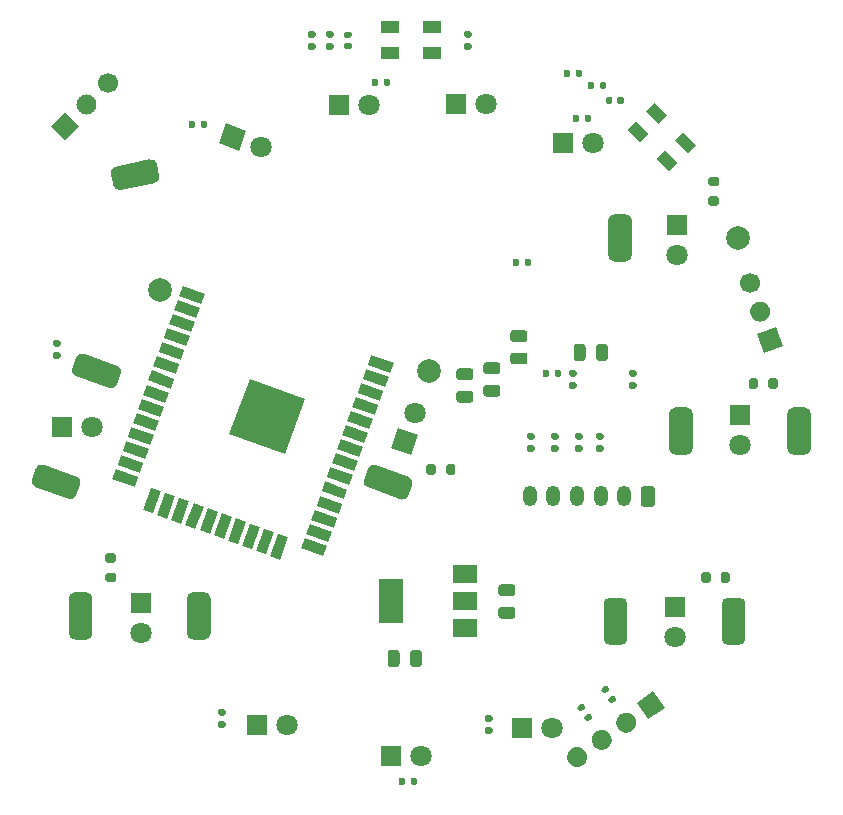
<source format=gbr>
%TF.GenerationSoftware,KiCad,Pcbnew,5.1.9*%
%TF.CreationDate,2021-04-14T19:17:29+02:00*%
%TF.ProjectId,custom-pcb,63757374-6f6d-42d7-9063-622e6b696361,rev?*%
%TF.SameCoordinates,Original*%
%TF.FileFunction,Soldermask,Bot*%
%TF.FilePolarity,Negative*%
%FSLAX46Y46*%
G04 Gerber Fmt 4.6, Leading zero omitted, Abs format (unit mm)*
G04 Created by KiCad (PCBNEW 5.1.9) date 2021-04-14 19:17:29*
%MOMM*%
%LPD*%
G01*
G04 APERTURE LIST*
%ADD10C,2.000000*%
%ADD11C,1.800000*%
%ADD12C,0.100000*%
%ADD13R,1.800000X1.800000*%
%ADD14O,1.200000X1.750000*%
%ADD15R,1.500000X1.000000*%
%ADD16R,2.000000X3.800000*%
%ADD17R,2.000000X1.500000*%
%ADD18C,1.700000*%
G04 APERTURE END LIST*
D10*
%TO.C,SW8*%
X92784358Y-69914738D03*
G36*
G01*
X92380375Y-60799542D02*
X89445932Y-61423277D01*
G75*
G02*
X88852902Y-61038159I-103956J489074D01*
G01*
X88644991Y-60060012D01*
G75*
G02*
X89030109Y-59466982I489074J103956D01*
G01*
X91964552Y-58843247D01*
G75*
G02*
X92557582Y-59228365I103956J-489074D01*
G01*
X92765493Y-60206512D01*
G75*
G02*
X92380375Y-60799542I-489074J-103956D01*
G01*
G37*
%TD*%
%TO.C,C2*%
G36*
G01*
X127836000Y-75659000D02*
X127836000Y-74709000D01*
G75*
G02*
X128086000Y-74459000I250000J0D01*
G01*
X128586000Y-74459000D01*
G75*
G02*
X128836000Y-74709000I0J-250000D01*
G01*
X128836000Y-75659000D01*
G75*
G02*
X128586000Y-75909000I-250000J0D01*
G01*
X128086000Y-75909000D01*
G75*
G02*
X127836000Y-75659000I0J250000D01*
G01*
G37*
G36*
G01*
X129736000Y-75659000D02*
X129736000Y-74709000D01*
G75*
G02*
X129986000Y-74459000I250000J0D01*
G01*
X130486000Y-74459000D01*
G75*
G02*
X130736000Y-74709000I0J-250000D01*
G01*
X130736000Y-75659000D01*
G75*
G02*
X130486000Y-75909000I-250000J0D01*
G01*
X129986000Y-75909000D01*
G75*
G02*
X129736000Y-75659000I0J250000D01*
G01*
G37*
%TD*%
%TO.C,C3*%
G36*
G01*
X123665000Y-76192000D02*
X122715000Y-76192000D01*
G75*
G02*
X122465000Y-75942000I0J250000D01*
G01*
X122465000Y-75442000D01*
G75*
G02*
X122715000Y-75192000I250000J0D01*
G01*
X123665000Y-75192000D01*
G75*
G02*
X123915000Y-75442000I0J-250000D01*
G01*
X123915000Y-75942000D01*
G75*
G02*
X123665000Y-76192000I-250000J0D01*
G01*
G37*
G36*
G01*
X123665000Y-74292000D02*
X122715000Y-74292000D01*
G75*
G02*
X122465000Y-74042000I0J250000D01*
G01*
X122465000Y-73542000D01*
G75*
G02*
X122715000Y-73292000I250000J0D01*
G01*
X123665000Y-73292000D01*
G75*
G02*
X123915000Y-73542000I0J-250000D01*
G01*
X123915000Y-74042000D01*
G75*
G02*
X123665000Y-74292000I-250000J0D01*
G01*
G37*
%TD*%
%TO.C,C5*%
G36*
G01*
X131118000Y-53678000D02*
X131118000Y-54018000D01*
G75*
G02*
X130978000Y-54158000I-140000J0D01*
G01*
X130698000Y-54158000D01*
G75*
G02*
X130558000Y-54018000I0J140000D01*
G01*
X130558000Y-53678000D01*
G75*
G02*
X130698000Y-53538000I140000J0D01*
G01*
X130978000Y-53538000D01*
G75*
G02*
X131118000Y-53678000I0J-140000D01*
G01*
G37*
G36*
G01*
X132078000Y-53678000D02*
X132078000Y-54018000D01*
G75*
G02*
X131938000Y-54158000I-140000J0D01*
G01*
X131658000Y-54158000D01*
G75*
G02*
X131518000Y-54018000I0J140000D01*
G01*
X131518000Y-53678000D01*
G75*
G02*
X131658000Y-53538000I140000J0D01*
G01*
X131938000Y-53538000D01*
G75*
G02*
X132078000Y-53678000I0J-140000D01*
G01*
G37*
%TD*%
%TO.C,C6*%
G36*
G01*
X108882000Y-49528000D02*
X108542000Y-49528000D01*
G75*
G02*
X108402000Y-49388000I0J140000D01*
G01*
X108402000Y-49108000D01*
G75*
G02*
X108542000Y-48968000I140000J0D01*
G01*
X108882000Y-48968000D01*
G75*
G02*
X109022000Y-49108000I0J-140000D01*
G01*
X109022000Y-49388000D01*
G75*
G02*
X108882000Y-49528000I-140000J0D01*
G01*
G37*
G36*
G01*
X108882000Y-48568000D02*
X108542000Y-48568000D01*
G75*
G02*
X108402000Y-48428000I0J140000D01*
G01*
X108402000Y-48148000D01*
G75*
G02*
X108542000Y-48008000I140000J0D01*
G01*
X108882000Y-48008000D01*
G75*
G02*
X109022000Y-48148000I0J-140000D01*
G01*
X109022000Y-48428000D01*
G75*
G02*
X108882000Y-48568000I-140000J0D01*
G01*
G37*
%TD*%
%TO.C,C8*%
G36*
G01*
X119093000Y-77528000D02*
X118143000Y-77528000D01*
G75*
G02*
X117893000Y-77278000I0J250000D01*
G01*
X117893000Y-76778000D01*
G75*
G02*
X118143000Y-76528000I250000J0D01*
G01*
X119093000Y-76528000D01*
G75*
G02*
X119343000Y-76778000I0J-250000D01*
G01*
X119343000Y-77278000D01*
G75*
G02*
X119093000Y-77528000I-250000J0D01*
G01*
G37*
G36*
G01*
X119093000Y-79428000D02*
X118143000Y-79428000D01*
G75*
G02*
X117893000Y-79178000I0J250000D01*
G01*
X117893000Y-78678000D01*
G75*
G02*
X118143000Y-78428000I250000J0D01*
G01*
X119093000Y-78428000D01*
G75*
G02*
X119343000Y-78678000I0J-250000D01*
G01*
X119343000Y-79178000D01*
G75*
G02*
X119093000Y-79428000I-250000J0D01*
G01*
G37*
%TD*%
D11*
%TO.C,D1*%
X114355931Y-80315581D03*
D12*
G36*
X114025105Y-83855941D02*
G01*
X112333659Y-83240305D01*
X112949295Y-81548859D01*
X114640741Y-82164495D01*
X114025105Y-83855941D01*
G37*
%TD*%
D13*
%TO.C,D2*%
X141884400Y-80467200D03*
D11*
X141884400Y-83007200D03*
%TD*%
%TO.C,D3*%
X91186000Y-98907600D03*
D13*
X91186000Y-96367600D03*
%TD*%
%TO.C,D4*%
X136550400Y-64363600D03*
D11*
X136550400Y-66903600D03*
%TD*%
D13*
%TO.C,D5*%
X123494800Y-106984800D03*
D11*
X126034800Y-106984800D03*
%TD*%
%TO.C,D6*%
X110490000Y-54203600D03*
D13*
X107950000Y-54203600D03*
%TD*%
D11*
%TO.C,D7*%
X114909600Y-109372400D03*
D13*
X112369600Y-109372400D03*
%TD*%
%TO.C,D8*%
X100990400Y-106730800D03*
D11*
X103530400Y-106730800D03*
%TD*%
D12*
%TO.C,D9*%
G36*
X97804859Y-57484705D02*
G01*
X98420495Y-55793259D01*
X100111941Y-56408895D01*
X99496305Y-58100341D01*
X97804859Y-57484705D01*
G37*
D11*
X101345219Y-57815531D03*
%TD*%
D13*
%TO.C,D10*%
X126898400Y-57454800D03*
D11*
X129438400Y-57454800D03*
%TD*%
%TO.C,D11*%
X87071200Y-81483200D03*
D13*
X84531200Y-81483200D03*
%TD*%
D11*
%TO.C,D12*%
X120396000Y-54152800D03*
D13*
X117856000Y-54152800D03*
%TD*%
%TO.C,J1*%
G36*
G01*
X134712000Y-86750999D02*
X134712000Y-88001001D01*
G75*
G02*
X134462001Y-88251000I-249999J0D01*
G01*
X133761999Y-88251000D01*
G75*
G02*
X133512000Y-88001001I0J249999D01*
G01*
X133512000Y-86750999D01*
G75*
G02*
X133761999Y-86501000I249999J0D01*
G01*
X134462001Y-86501000D01*
G75*
G02*
X134712000Y-86750999I0J-249999D01*
G01*
G37*
D14*
X132112000Y-87376000D03*
X130112000Y-87376000D03*
X128112000Y-87376000D03*
X126112000Y-87376000D03*
X124112000Y-87376000D03*
%TD*%
%TO.C,R1*%
G36*
G01*
X115361000Y-85365000D02*
X115361000Y-84815000D01*
G75*
G02*
X115561000Y-84615000I200000J0D01*
G01*
X115961000Y-84615000D01*
G75*
G02*
X116161000Y-84815000I0J-200000D01*
G01*
X116161000Y-85365000D01*
G75*
G02*
X115961000Y-85565000I-200000J0D01*
G01*
X115561000Y-85565000D01*
G75*
G02*
X115361000Y-85365000I0J200000D01*
G01*
G37*
G36*
G01*
X117011000Y-85365000D02*
X117011000Y-84815000D01*
G75*
G02*
X117211000Y-84615000I200000J0D01*
G01*
X117611000Y-84615000D01*
G75*
G02*
X117811000Y-84815000I0J-200000D01*
G01*
X117811000Y-85365000D01*
G75*
G02*
X117611000Y-85565000I-200000J0D01*
G01*
X117211000Y-85565000D01*
G75*
G02*
X117011000Y-85365000I0J200000D01*
G01*
G37*
%TD*%
%TO.C,R2*%
G36*
G01*
X133027000Y-77230000D02*
X132657000Y-77230000D01*
G75*
G02*
X132522000Y-77095000I0J135000D01*
G01*
X132522000Y-76825000D01*
G75*
G02*
X132657000Y-76690000I135000J0D01*
G01*
X133027000Y-76690000D01*
G75*
G02*
X133162000Y-76825000I0J-135000D01*
G01*
X133162000Y-77095000D01*
G75*
G02*
X133027000Y-77230000I-135000J0D01*
G01*
G37*
G36*
G01*
X133027000Y-78250000D02*
X132657000Y-78250000D01*
G75*
G02*
X132522000Y-78115000I0J135000D01*
G01*
X132522000Y-77845000D01*
G75*
G02*
X132657000Y-77710000I135000J0D01*
G01*
X133027000Y-77710000D01*
G75*
G02*
X133162000Y-77845000I0J-135000D01*
G01*
X133162000Y-78115000D01*
G75*
G02*
X133027000Y-78250000I-135000J0D01*
G01*
G37*
%TD*%
%TO.C,R3*%
G36*
G01*
X122664000Y-67749000D02*
X122664000Y-67379000D01*
G75*
G02*
X122799000Y-67244000I135000J0D01*
G01*
X123069000Y-67244000D01*
G75*
G02*
X123204000Y-67379000I0J-135000D01*
G01*
X123204000Y-67749000D01*
G75*
G02*
X123069000Y-67884000I-135000J0D01*
G01*
X122799000Y-67884000D01*
G75*
G02*
X122664000Y-67749000I0J135000D01*
G01*
G37*
G36*
G01*
X123684000Y-67749000D02*
X123684000Y-67379000D01*
G75*
G02*
X123819000Y-67244000I135000J0D01*
G01*
X124089000Y-67244000D01*
G75*
G02*
X124224000Y-67379000I0J-135000D01*
G01*
X124224000Y-67749000D01*
G75*
G02*
X124089000Y-67884000I-135000J0D01*
G01*
X123819000Y-67884000D01*
G75*
G02*
X123684000Y-67749000I0J135000D01*
G01*
G37*
%TD*%
%TO.C,R4*%
G36*
G01*
X144290600Y-78100600D02*
X144290600Y-77550600D01*
G75*
G02*
X144490600Y-77350600I200000J0D01*
G01*
X144890600Y-77350600D01*
G75*
G02*
X145090600Y-77550600I0J-200000D01*
G01*
X145090600Y-78100600D01*
G75*
G02*
X144890600Y-78300600I-200000J0D01*
G01*
X144490600Y-78300600D01*
G75*
G02*
X144290600Y-78100600I0J200000D01*
G01*
G37*
G36*
G01*
X142640600Y-78100600D02*
X142640600Y-77550600D01*
G75*
G02*
X142840600Y-77350600I200000J0D01*
G01*
X143240600Y-77350600D01*
G75*
G02*
X143440600Y-77550600I0J-200000D01*
G01*
X143440600Y-78100600D01*
G75*
G02*
X143240600Y-78300600I-200000J0D01*
G01*
X142840600Y-78300600D01*
G75*
G02*
X142640600Y-78100600I0J200000D01*
G01*
G37*
%TD*%
%TO.C,R5*%
G36*
G01*
X88921000Y-94634000D02*
X88371000Y-94634000D01*
G75*
G02*
X88171000Y-94434000I0J200000D01*
G01*
X88171000Y-94034000D01*
G75*
G02*
X88371000Y-93834000I200000J0D01*
G01*
X88921000Y-93834000D01*
G75*
G02*
X89121000Y-94034000I0J-200000D01*
G01*
X89121000Y-94434000D01*
G75*
G02*
X88921000Y-94634000I-200000J0D01*
G01*
G37*
G36*
G01*
X88921000Y-92984000D02*
X88371000Y-92984000D01*
G75*
G02*
X88171000Y-92784000I0J200000D01*
G01*
X88171000Y-92384000D01*
G75*
G02*
X88371000Y-92184000I200000J0D01*
G01*
X88921000Y-92184000D01*
G75*
G02*
X89121000Y-92384000I0J-200000D01*
G01*
X89121000Y-92784000D01*
G75*
G02*
X88921000Y-92984000I-200000J0D01*
G01*
G37*
%TD*%
%TO.C,R6*%
G36*
G01*
X139975000Y-61106000D02*
X139425000Y-61106000D01*
G75*
G02*
X139225000Y-60906000I0J200000D01*
G01*
X139225000Y-60506000D01*
G75*
G02*
X139425000Y-60306000I200000J0D01*
G01*
X139975000Y-60306000D01*
G75*
G02*
X140175000Y-60506000I0J-200000D01*
G01*
X140175000Y-60906000D01*
G75*
G02*
X139975000Y-61106000I-200000J0D01*
G01*
G37*
G36*
G01*
X139975000Y-62756000D02*
X139425000Y-62756000D01*
G75*
G02*
X139225000Y-62556000I0J200000D01*
G01*
X139225000Y-62156000D01*
G75*
G02*
X139425000Y-61956000I200000J0D01*
G01*
X139975000Y-61956000D01*
G75*
G02*
X140175000Y-62156000I0J-200000D01*
G01*
X140175000Y-62556000D01*
G75*
G02*
X139975000Y-62756000I-200000J0D01*
G01*
G37*
%TD*%
%TO.C,R7*%
G36*
G01*
X120465000Y-106922000D02*
X120835000Y-106922000D01*
G75*
G02*
X120970000Y-107057000I0J-135000D01*
G01*
X120970000Y-107327000D01*
G75*
G02*
X120835000Y-107462000I-135000J0D01*
G01*
X120465000Y-107462000D01*
G75*
G02*
X120330000Y-107327000I0J135000D01*
G01*
X120330000Y-107057000D01*
G75*
G02*
X120465000Y-106922000I135000J0D01*
G01*
G37*
G36*
G01*
X120465000Y-105902000D02*
X120835000Y-105902000D01*
G75*
G02*
X120970000Y-106037000I0J-135000D01*
G01*
X120970000Y-106307000D01*
G75*
G02*
X120835000Y-106442000I-135000J0D01*
G01*
X120465000Y-106442000D01*
G75*
G02*
X120330000Y-106307000I0J135000D01*
G01*
X120330000Y-106037000D01*
G75*
G02*
X120465000Y-105902000I135000J0D01*
G01*
G37*
%TD*%
%TO.C,R8*%
G36*
G01*
X110726000Y-52509000D02*
X110726000Y-52139000D01*
G75*
G02*
X110861000Y-52004000I135000J0D01*
G01*
X111131000Y-52004000D01*
G75*
G02*
X111266000Y-52139000I0J-135000D01*
G01*
X111266000Y-52509000D01*
G75*
G02*
X111131000Y-52644000I-135000J0D01*
G01*
X110861000Y-52644000D01*
G75*
G02*
X110726000Y-52509000I0J135000D01*
G01*
G37*
G36*
G01*
X111746000Y-52509000D02*
X111746000Y-52139000D01*
G75*
G02*
X111881000Y-52004000I135000J0D01*
G01*
X112151000Y-52004000D01*
G75*
G02*
X112286000Y-52139000I0J-135000D01*
G01*
X112286000Y-52509000D01*
G75*
G02*
X112151000Y-52644000I-135000J0D01*
G01*
X111881000Y-52644000D01*
G75*
G02*
X111746000Y-52509000I0J135000D01*
G01*
G37*
%TD*%
%TO.C,R9*%
G36*
G01*
X114032000Y-111691000D02*
X114032000Y-111321000D01*
G75*
G02*
X114167000Y-111186000I135000J0D01*
G01*
X114437000Y-111186000D01*
G75*
G02*
X114572000Y-111321000I0J-135000D01*
G01*
X114572000Y-111691000D01*
G75*
G02*
X114437000Y-111826000I-135000J0D01*
G01*
X114167000Y-111826000D01*
G75*
G02*
X114032000Y-111691000I0J135000D01*
G01*
G37*
G36*
G01*
X113012000Y-111691000D02*
X113012000Y-111321000D01*
G75*
G02*
X113147000Y-111186000I135000J0D01*
G01*
X113417000Y-111186000D01*
G75*
G02*
X113552000Y-111321000I0J-135000D01*
G01*
X113552000Y-111691000D01*
G75*
G02*
X113417000Y-111826000I-135000J0D01*
G01*
X113147000Y-111826000D01*
G75*
G02*
X113012000Y-111691000I0J135000D01*
G01*
G37*
%TD*%
%TO.C,R10*%
G36*
G01*
X98229000Y-105932000D02*
X97859000Y-105932000D01*
G75*
G02*
X97724000Y-105797000I0J135000D01*
G01*
X97724000Y-105527000D01*
G75*
G02*
X97859000Y-105392000I135000J0D01*
G01*
X98229000Y-105392000D01*
G75*
G02*
X98364000Y-105527000I0J-135000D01*
G01*
X98364000Y-105797000D01*
G75*
G02*
X98229000Y-105932000I-135000J0D01*
G01*
G37*
G36*
G01*
X98229000Y-106952000D02*
X97859000Y-106952000D01*
G75*
G02*
X97724000Y-106817000I0J135000D01*
G01*
X97724000Y-106547000D01*
G75*
G02*
X97859000Y-106412000I135000J0D01*
G01*
X98229000Y-106412000D01*
G75*
G02*
X98364000Y-106547000I0J-135000D01*
G01*
X98364000Y-106817000D01*
G75*
G02*
X98229000Y-106952000I-135000J0D01*
G01*
G37*
%TD*%
%TO.C,R11*%
G36*
G01*
X130036000Y-52763000D02*
X130036000Y-52393000D01*
G75*
G02*
X130171000Y-52258000I135000J0D01*
G01*
X130441000Y-52258000D01*
G75*
G02*
X130576000Y-52393000I0J-135000D01*
G01*
X130576000Y-52763000D01*
G75*
G02*
X130441000Y-52898000I-135000J0D01*
G01*
X130171000Y-52898000D01*
G75*
G02*
X130036000Y-52763000I0J135000D01*
G01*
G37*
G36*
G01*
X129016000Y-52763000D02*
X129016000Y-52393000D01*
G75*
G02*
X129151000Y-52258000I135000J0D01*
G01*
X129421000Y-52258000D01*
G75*
G02*
X129556000Y-52393000I0J-135000D01*
G01*
X129556000Y-52763000D01*
G75*
G02*
X129421000Y-52898000I-135000J0D01*
G01*
X129151000Y-52898000D01*
G75*
G02*
X129016000Y-52763000I0J135000D01*
G01*
G37*
%TD*%
%TO.C,R12*%
G36*
G01*
X96792000Y-55695000D02*
X96792000Y-56065000D01*
G75*
G02*
X96657000Y-56200000I-135000J0D01*
G01*
X96387000Y-56200000D01*
G75*
G02*
X96252000Y-56065000I0J135000D01*
G01*
X96252000Y-55695000D01*
G75*
G02*
X96387000Y-55560000I135000J0D01*
G01*
X96657000Y-55560000D01*
G75*
G02*
X96792000Y-55695000I0J-135000D01*
G01*
G37*
G36*
G01*
X95772000Y-55695000D02*
X95772000Y-56065000D01*
G75*
G02*
X95637000Y-56200000I-135000J0D01*
G01*
X95367000Y-56200000D01*
G75*
G02*
X95232000Y-56065000I0J135000D01*
G01*
X95232000Y-55695000D01*
G75*
G02*
X95367000Y-55560000I135000J0D01*
G01*
X95637000Y-55560000D01*
G75*
G02*
X95772000Y-55695000I0J-135000D01*
G01*
G37*
%TD*%
%TO.C,R13*%
G36*
G01*
X127744000Y-55557000D02*
X127744000Y-55187000D01*
G75*
G02*
X127879000Y-55052000I135000J0D01*
G01*
X128149000Y-55052000D01*
G75*
G02*
X128284000Y-55187000I0J-135000D01*
G01*
X128284000Y-55557000D01*
G75*
G02*
X128149000Y-55692000I-135000J0D01*
G01*
X127879000Y-55692000D01*
G75*
G02*
X127744000Y-55557000I0J135000D01*
G01*
G37*
G36*
G01*
X128764000Y-55557000D02*
X128764000Y-55187000D01*
G75*
G02*
X128899000Y-55052000I135000J0D01*
G01*
X129169000Y-55052000D01*
G75*
G02*
X129304000Y-55187000I0J-135000D01*
G01*
X129304000Y-55557000D01*
G75*
G02*
X129169000Y-55692000I-135000J0D01*
G01*
X128899000Y-55692000D01*
G75*
G02*
X128764000Y-55557000I0J135000D01*
G01*
G37*
%TD*%
%TO.C,R14*%
G36*
G01*
X84259000Y-74690000D02*
X83889000Y-74690000D01*
G75*
G02*
X83754000Y-74555000I0J135000D01*
G01*
X83754000Y-74285000D01*
G75*
G02*
X83889000Y-74150000I135000J0D01*
G01*
X84259000Y-74150000D01*
G75*
G02*
X84394000Y-74285000I0J-135000D01*
G01*
X84394000Y-74555000D01*
G75*
G02*
X84259000Y-74690000I-135000J0D01*
G01*
G37*
G36*
G01*
X84259000Y-75710000D02*
X83889000Y-75710000D01*
G75*
G02*
X83754000Y-75575000I0J135000D01*
G01*
X83754000Y-75305000D01*
G75*
G02*
X83889000Y-75170000I135000J0D01*
G01*
X84259000Y-75170000D01*
G75*
G02*
X84394000Y-75305000I0J-135000D01*
G01*
X84394000Y-75575000D01*
G75*
G02*
X84259000Y-75710000I-135000J0D01*
G01*
G37*
%TD*%
%TO.C,R15*%
G36*
G01*
X105479000Y-47990000D02*
X105849000Y-47990000D01*
G75*
G02*
X105984000Y-48125000I0J-135000D01*
G01*
X105984000Y-48395000D01*
G75*
G02*
X105849000Y-48530000I-135000J0D01*
G01*
X105479000Y-48530000D01*
G75*
G02*
X105344000Y-48395000I0J135000D01*
G01*
X105344000Y-48125000D01*
G75*
G02*
X105479000Y-47990000I135000J0D01*
G01*
G37*
G36*
G01*
X105479000Y-49010000D02*
X105849000Y-49010000D01*
G75*
G02*
X105984000Y-49145000I0J-135000D01*
G01*
X105984000Y-49415000D01*
G75*
G02*
X105849000Y-49550000I-135000J0D01*
G01*
X105479000Y-49550000D01*
G75*
G02*
X105344000Y-49415000I0J135000D01*
G01*
X105344000Y-49145000D01*
G75*
G02*
X105479000Y-49010000I135000J0D01*
G01*
G37*
%TD*%
%TO.C,R16*%
G36*
G01*
X119057000Y-49548000D02*
X118687000Y-49548000D01*
G75*
G02*
X118552000Y-49413000I0J135000D01*
G01*
X118552000Y-49143000D01*
G75*
G02*
X118687000Y-49008000I135000J0D01*
G01*
X119057000Y-49008000D01*
G75*
G02*
X119192000Y-49143000I0J-135000D01*
G01*
X119192000Y-49413000D01*
G75*
G02*
X119057000Y-49548000I-135000J0D01*
G01*
G37*
G36*
G01*
X119057000Y-48528000D02*
X118687000Y-48528000D01*
G75*
G02*
X118552000Y-48393000I0J135000D01*
G01*
X118552000Y-48123000D01*
G75*
G02*
X118687000Y-47988000I135000J0D01*
G01*
X119057000Y-47988000D01*
G75*
G02*
X119192000Y-48123000I0J-135000D01*
G01*
X119192000Y-48393000D01*
G75*
G02*
X119057000Y-48528000I-135000J0D01*
G01*
G37*
%TD*%
%TO.C,R17*%
G36*
G01*
X128002000Y-51747000D02*
X128002000Y-51377000D01*
G75*
G02*
X128137000Y-51242000I135000J0D01*
G01*
X128407000Y-51242000D01*
G75*
G02*
X128542000Y-51377000I0J-135000D01*
G01*
X128542000Y-51747000D01*
G75*
G02*
X128407000Y-51882000I-135000J0D01*
G01*
X128137000Y-51882000D01*
G75*
G02*
X128002000Y-51747000I0J135000D01*
G01*
G37*
G36*
G01*
X126982000Y-51747000D02*
X126982000Y-51377000D01*
G75*
G02*
X127117000Y-51242000I135000J0D01*
G01*
X127387000Y-51242000D01*
G75*
G02*
X127522000Y-51377000I0J-135000D01*
G01*
X127522000Y-51747000D01*
G75*
G02*
X127387000Y-51882000I-135000J0D01*
G01*
X127117000Y-51882000D01*
G75*
G02*
X126982000Y-51747000I0J135000D01*
G01*
G37*
%TD*%
%TO.C,R18*%
G36*
G01*
X124391000Y-82562000D02*
X124021000Y-82562000D01*
G75*
G02*
X123886000Y-82427000I0J135000D01*
G01*
X123886000Y-82157000D01*
G75*
G02*
X124021000Y-82022000I135000J0D01*
G01*
X124391000Y-82022000D01*
G75*
G02*
X124526000Y-82157000I0J-135000D01*
G01*
X124526000Y-82427000D01*
G75*
G02*
X124391000Y-82562000I-135000J0D01*
G01*
G37*
G36*
G01*
X124391000Y-83582000D02*
X124021000Y-83582000D01*
G75*
G02*
X123886000Y-83447000I0J135000D01*
G01*
X123886000Y-83177000D01*
G75*
G02*
X124021000Y-83042000I135000J0D01*
G01*
X124391000Y-83042000D01*
G75*
G02*
X124526000Y-83177000I0J-135000D01*
G01*
X124526000Y-83447000D01*
G75*
G02*
X124391000Y-83582000I-135000J0D01*
G01*
G37*
%TD*%
%TO.C,R19*%
G36*
G01*
X126423000Y-83584000D02*
X126053000Y-83584000D01*
G75*
G02*
X125918000Y-83449000I0J135000D01*
G01*
X125918000Y-83179000D01*
G75*
G02*
X126053000Y-83044000I135000J0D01*
G01*
X126423000Y-83044000D01*
G75*
G02*
X126558000Y-83179000I0J-135000D01*
G01*
X126558000Y-83449000D01*
G75*
G02*
X126423000Y-83584000I-135000J0D01*
G01*
G37*
G36*
G01*
X126423000Y-82564000D02*
X126053000Y-82564000D01*
G75*
G02*
X125918000Y-82429000I0J135000D01*
G01*
X125918000Y-82159000D01*
G75*
G02*
X126053000Y-82024000I135000J0D01*
G01*
X126423000Y-82024000D01*
G75*
G02*
X126558000Y-82159000I0J-135000D01*
G01*
X126558000Y-82429000D01*
G75*
G02*
X126423000Y-82564000I-135000J0D01*
G01*
G37*
%TD*%
%TO.C,R20*%
G36*
G01*
X128455000Y-82562000D02*
X128085000Y-82562000D01*
G75*
G02*
X127950000Y-82427000I0J135000D01*
G01*
X127950000Y-82157000D01*
G75*
G02*
X128085000Y-82022000I135000J0D01*
G01*
X128455000Y-82022000D01*
G75*
G02*
X128590000Y-82157000I0J-135000D01*
G01*
X128590000Y-82427000D01*
G75*
G02*
X128455000Y-82562000I-135000J0D01*
G01*
G37*
G36*
G01*
X128455000Y-83582000D02*
X128085000Y-83582000D01*
G75*
G02*
X127950000Y-83447000I0J135000D01*
G01*
X127950000Y-83177000D01*
G75*
G02*
X128085000Y-83042000I135000J0D01*
G01*
X128455000Y-83042000D01*
G75*
G02*
X128590000Y-83177000I0J-135000D01*
G01*
X128590000Y-83447000D01*
G75*
G02*
X128455000Y-83582000I-135000J0D01*
G01*
G37*
%TD*%
%TO.C,R21*%
G36*
G01*
X107373000Y-49548000D02*
X107003000Y-49548000D01*
G75*
G02*
X106868000Y-49413000I0J135000D01*
G01*
X106868000Y-49143000D01*
G75*
G02*
X107003000Y-49008000I135000J0D01*
G01*
X107373000Y-49008000D01*
G75*
G02*
X107508000Y-49143000I0J-135000D01*
G01*
X107508000Y-49413000D01*
G75*
G02*
X107373000Y-49548000I-135000J0D01*
G01*
G37*
G36*
G01*
X107373000Y-48528000D02*
X107003000Y-48528000D01*
G75*
G02*
X106868000Y-48393000I0J135000D01*
G01*
X106868000Y-48123000D01*
G75*
G02*
X107003000Y-47988000I135000J0D01*
G01*
X107373000Y-47988000D01*
G75*
G02*
X107508000Y-48123000I0J-135000D01*
G01*
X107508000Y-48393000D01*
G75*
G02*
X107373000Y-48528000I-135000J0D01*
G01*
G37*
%TD*%
%TO.C,R22*%
G36*
G01*
X130233000Y-83584000D02*
X129863000Y-83584000D01*
G75*
G02*
X129728000Y-83449000I0J135000D01*
G01*
X129728000Y-83179000D01*
G75*
G02*
X129863000Y-83044000I135000J0D01*
G01*
X130233000Y-83044000D01*
G75*
G02*
X130368000Y-83179000I0J-135000D01*
G01*
X130368000Y-83449000D01*
G75*
G02*
X130233000Y-83584000I-135000J0D01*
G01*
G37*
G36*
G01*
X130233000Y-82564000D02*
X129863000Y-82564000D01*
G75*
G02*
X129728000Y-82429000I0J135000D01*
G01*
X129728000Y-82159000D01*
G75*
G02*
X129863000Y-82024000I135000J0D01*
G01*
X130233000Y-82024000D01*
G75*
G02*
X130368000Y-82159000I0J-135000D01*
G01*
X130368000Y-82429000D01*
G75*
G02*
X130233000Y-82564000I-135000J0D01*
G01*
G37*
%TD*%
%TO.C,R23*%
G36*
G01*
X130823885Y-103837292D02*
X130520799Y-104049515D01*
G75*
G02*
X130332780Y-104016362I-77433J110586D01*
G01*
X130177914Y-103795191D01*
G75*
G02*
X130211067Y-103607172I110586J77433D01*
G01*
X130514153Y-103394949D01*
G75*
G02*
X130702172Y-103428102I77433J-110586D01*
G01*
X130857038Y-103649273D01*
G75*
G02*
X130823885Y-103837292I-110586J-77433D01*
G01*
G37*
G36*
G01*
X131408933Y-104672828D02*
X131105847Y-104885051D01*
G75*
G02*
X130917828Y-104851898I-77433J110586D01*
G01*
X130762962Y-104630727D01*
G75*
G02*
X130796115Y-104442708I110586J77433D01*
G01*
X131099201Y-104230485D01*
G75*
G02*
X131287220Y-104263638I77433J-110586D01*
G01*
X131442086Y-104484809D01*
G75*
G02*
X131408933Y-104672828I-110586J-77433D01*
G01*
G37*
%TD*%
%TO.C,R24*%
G36*
G01*
X129376933Y-106196828D02*
X129073847Y-106409051D01*
G75*
G02*
X128885828Y-106375898I-77433J110586D01*
G01*
X128730962Y-106154727D01*
G75*
G02*
X128764115Y-105966708I110586J77433D01*
G01*
X129067201Y-105754485D01*
G75*
G02*
X129255220Y-105787638I77433J-110586D01*
G01*
X129410086Y-106008809D01*
G75*
G02*
X129376933Y-106196828I-110586J-77433D01*
G01*
G37*
G36*
G01*
X128791885Y-105361292D02*
X128488799Y-105573515D01*
G75*
G02*
X128300780Y-105540362I-77433J110586D01*
G01*
X128145914Y-105319191D01*
G75*
G02*
X128179067Y-105131172I110586J77433D01*
G01*
X128482153Y-104918949D01*
G75*
G02*
X128670172Y-104952102I77433J-110586D01*
G01*
X128825038Y-105173273D01*
G75*
G02*
X128791885Y-105361292I-110586J-77433D01*
G01*
G37*
%TD*%
%TO.C,R25*%
G36*
G01*
X127947000Y-78250000D02*
X127577000Y-78250000D01*
G75*
G02*
X127442000Y-78115000I0J135000D01*
G01*
X127442000Y-77845000D01*
G75*
G02*
X127577000Y-77710000I135000J0D01*
G01*
X127947000Y-77710000D01*
G75*
G02*
X128082000Y-77845000I0J-135000D01*
G01*
X128082000Y-78115000D01*
G75*
G02*
X127947000Y-78250000I-135000J0D01*
G01*
G37*
G36*
G01*
X127947000Y-77230000D02*
X127577000Y-77230000D01*
G75*
G02*
X127442000Y-77095000I0J135000D01*
G01*
X127442000Y-76825000D01*
G75*
G02*
X127577000Y-76690000I135000J0D01*
G01*
X127947000Y-76690000D01*
G75*
G02*
X128082000Y-76825000I0J-135000D01*
G01*
X128082000Y-77095000D01*
G75*
G02*
X127947000Y-77230000I-135000J0D01*
G01*
G37*
%TD*%
%TO.C,R26*%
G36*
G01*
X125204000Y-77147000D02*
X125204000Y-76777000D01*
G75*
G02*
X125339000Y-76642000I135000J0D01*
G01*
X125609000Y-76642000D01*
G75*
G02*
X125744000Y-76777000I0J-135000D01*
G01*
X125744000Y-77147000D01*
G75*
G02*
X125609000Y-77282000I-135000J0D01*
G01*
X125339000Y-77282000D01*
G75*
G02*
X125204000Y-77147000I0J135000D01*
G01*
G37*
G36*
G01*
X126224000Y-77147000D02*
X126224000Y-76777000D01*
G75*
G02*
X126359000Y-76642000I135000J0D01*
G01*
X126629000Y-76642000D01*
G75*
G02*
X126764000Y-76777000I0J-135000D01*
G01*
X126764000Y-77147000D01*
G75*
G02*
X126629000Y-77282000I-135000J0D01*
G01*
X126359000Y-77282000D01*
G75*
G02*
X126224000Y-77147000I0J135000D01*
G01*
G37*
%TD*%
D12*
%TO.C,SW1*%
G36*
X132381263Y-56310404D02*
G01*
X133088369Y-55603298D01*
X134149029Y-56663958D01*
X133441923Y-57371064D01*
X132381263Y-56310404D01*
G37*
G36*
X133936898Y-54754769D02*
G01*
X134644004Y-54047663D01*
X135704664Y-55108323D01*
X134997558Y-55815429D01*
X133936898Y-54754769D01*
G37*
G36*
X136411771Y-57229642D02*
G01*
X137118877Y-56522536D01*
X138179537Y-57583196D01*
X137472431Y-58290302D01*
X136411771Y-57229642D01*
G37*
G36*
X134856136Y-58785277D02*
G01*
X135563242Y-58078171D01*
X136623902Y-59138831D01*
X135916796Y-59845937D01*
X134856136Y-58785277D01*
G37*
%TD*%
D15*
%TO.C,SW2*%
X115796000Y-49868000D03*
X115796000Y-47668000D03*
X112296000Y-47668000D03*
X112296000Y-49868000D03*
%TD*%
D16*
%TO.C,U1*%
X112369200Y-96215200D03*
D17*
X118669200Y-96215200D03*
X118669200Y-98515200D03*
X118669200Y-93915200D03*
%TD*%
D12*
%TO.C,U4*%
G36*
X105087800Y-79113571D02*
G01*
X103377699Y-83812034D01*
X98679236Y-82101933D01*
X100389337Y-77403470D01*
X105087800Y-79113571D01*
G37*
G36*
X112589966Y-76044367D02*
G01*
X112282148Y-76890091D01*
X110402762Y-76206051D01*
X110710580Y-75360327D01*
X112589966Y-76044367D01*
G37*
G36*
X112155600Y-77237776D02*
G01*
X111847782Y-78083500D01*
X109968396Y-77399460D01*
X110276214Y-76553736D01*
X112155600Y-77237776D01*
G37*
G36*
X111721234Y-78431186D02*
G01*
X111413416Y-79276910D01*
X109534030Y-78592870D01*
X109841848Y-77747146D01*
X111721234Y-78431186D01*
G37*
G36*
X111286869Y-79624596D02*
G01*
X110979051Y-80470320D01*
X109099665Y-79786280D01*
X109407483Y-78940556D01*
X111286869Y-79624596D01*
G37*
G36*
X110852503Y-80818005D02*
G01*
X110544685Y-81663729D01*
X108665299Y-80979689D01*
X108973117Y-80133965D01*
X110852503Y-80818005D01*
G37*
G36*
X110418138Y-82011415D02*
G01*
X110110320Y-82857139D01*
X108230934Y-82173099D01*
X108538752Y-81327375D01*
X110418138Y-82011415D01*
G37*
G36*
X109983772Y-83204824D02*
G01*
X109675954Y-84050548D01*
X107796568Y-83366508D01*
X108104386Y-82520784D01*
X109983772Y-83204824D01*
G37*
G36*
X109549406Y-84398234D02*
G01*
X109241588Y-85243958D01*
X107362202Y-84559918D01*
X107670020Y-83714194D01*
X109549406Y-84398234D01*
G37*
G36*
X109115041Y-85591644D02*
G01*
X108807223Y-86437368D01*
X106927837Y-85753328D01*
X107235655Y-84907604D01*
X109115041Y-85591644D01*
G37*
G36*
X108680675Y-86785053D02*
G01*
X108372857Y-87630777D01*
X106493471Y-86946737D01*
X106801289Y-86101013D01*
X108680675Y-86785053D01*
G37*
G36*
X108246310Y-87978463D02*
G01*
X107938492Y-88824187D01*
X106059106Y-88140147D01*
X106366924Y-87294423D01*
X108246310Y-87978463D01*
G37*
G36*
X107811944Y-89171873D02*
G01*
X107504126Y-90017597D01*
X105624740Y-89333557D01*
X105932558Y-88487833D01*
X107811944Y-89171873D01*
G37*
G36*
X107377579Y-90365282D02*
G01*
X107069761Y-91211006D01*
X105190375Y-90526966D01*
X105498193Y-89681242D01*
X107377579Y-90365282D01*
G37*
G36*
X106943213Y-91558692D02*
G01*
X106635395Y-92404416D01*
X104756009Y-91720376D01*
X105063827Y-90874652D01*
X106943213Y-91558692D01*
G37*
G36*
X102971389Y-92720302D02*
G01*
X102125665Y-92412484D01*
X102809705Y-90533098D01*
X103655429Y-90840916D01*
X102971389Y-92720302D01*
G37*
G36*
X101777979Y-92285937D02*
G01*
X100932255Y-91978119D01*
X101616295Y-90098733D01*
X102462019Y-90406551D01*
X101777979Y-92285937D01*
G37*
G36*
X100584570Y-91851571D02*
G01*
X99738846Y-91543753D01*
X100422886Y-89664367D01*
X101268610Y-89972185D01*
X100584570Y-91851571D01*
G37*
G36*
X99391160Y-91417206D02*
G01*
X98545436Y-91109388D01*
X99229476Y-89230002D01*
X100075200Y-89537820D01*
X99391160Y-91417206D01*
G37*
G36*
X98197750Y-90982840D02*
G01*
X97352026Y-90675022D01*
X98036066Y-88795636D01*
X98881790Y-89103454D01*
X98197750Y-90982840D01*
G37*
G36*
X97004341Y-90548474D02*
G01*
X96158617Y-90240656D01*
X96842657Y-88361270D01*
X97688381Y-88669088D01*
X97004341Y-90548474D01*
G37*
G36*
X95810931Y-90114109D02*
G01*
X94965207Y-89806291D01*
X95649247Y-87926905D01*
X96494971Y-88234723D01*
X95810931Y-90114109D01*
G37*
G36*
X94617522Y-89679743D02*
G01*
X93771798Y-89371925D01*
X94455838Y-87492539D01*
X95301562Y-87800357D01*
X94617522Y-89679743D01*
G37*
G36*
X93424112Y-89245378D02*
G01*
X92578388Y-88937560D01*
X93262428Y-87058174D01*
X94108152Y-87365992D01*
X93424112Y-89245378D01*
G37*
G36*
X92230702Y-88811012D02*
G01*
X91384978Y-88503194D01*
X92069018Y-86623808D01*
X92914742Y-86931626D01*
X92230702Y-88811012D01*
G37*
G36*
X90968438Y-85744349D02*
G01*
X90660620Y-86590073D01*
X88781234Y-85906033D01*
X89089052Y-85060309D01*
X90968438Y-85744349D01*
G37*
G36*
X91402804Y-84550940D02*
G01*
X91094986Y-85396664D01*
X89215600Y-84712624D01*
X89523418Y-83866900D01*
X91402804Y-84550940D01*
G37*
G36*
X91837170Y-83357530D02*
G01*
X91529352Y-84203254D01*
X89649966Y-83519214D01*
X89957784Y-82673490D01*
X91837170Y-83357530D01*
G37*
G36*
X92271535Y-82164120D02*
G01*
X91963717Y-83009844D01*
X90084331Y-82325804D01*
X90392149Y-81480080D01*
X92271535Y-82164120D01*
G37*
G36*
X92705901Y-80970711D02*
G01*
X92398083Y-81816435D01*
X90518697Y-81132395D01*
X90826515Y-80286671D01*
X92705901Y-80970711D01*
G37*
G36*
X93140266Y-79777301D02*
G01*
X92832448Y-80623025D01*
X90953062Y-79938985D01*
X91260880Y-79093261D01*
X93140266Y-79777301D01*
G37*
G36*
X93574632Y-78583892D02*
G01*
X93266814Y-79429616D01*
X91387428Y-78745576D01*
X91695246Y-77899852D01*
X93574632Y-78583892D01*
G37*
G36*
X94008998Y-77390482D02*
G01*
X93701180Y-78236206D01*
X91821794Y-77552166D01*
X92129612Y-76706442D01*
X94008998Y-77390482D01*
G37*
G36*
X94443363Y-76197072D02*
G01*
X94135545Y-77042796D01*
X92256159Y-76358756D01*
X92563977Y-75513032D01*
X94443363Y-76197072D01*
G37*
G36*
X94877729Y-75003663D02*
G01*
X94569911Y-75849387D01*
X92690525Y-75165347D01*
X92998343Y-74319623D01*
X94877729Y-75003663D01*
G37*
G36*
X95312094Y-73810253D02*
G01*
X95004276Y-74655977D01*
X93124890Y-73971937D01*
X93432708Y-73126213D01*
X95312094Y-73810253D01*
G37*
G36*
X95746460Y-72616843D02*
G01*
X95438642Y-73462567D01*
X93559256Y-72778527D01*
X93867074Y-71932803D01*
X95746460Y-72616843D01*
G37*
G36*
X96180825Y-71423434D02*
G01*
X95873007Y-72269158D01*
X93993621Y-71585118D01*
X94301439Y-70739394D01*
X96180825Y-71423434D01*
G37*
G36*
X96615191Y-70230024D02*
G01*
X96307373Y-71075748D01*
X94427987Y-70391708D01*
X94735805Y-69545984D01*
X96615191Y-70230024D01*
G37*
%TD*%
%TO.C,SW3*%
G36*
G01*
X111065180Y-84728940D02*
X113884258Y-85755001D01*
G75*
G02*
X114183094Y-86395857I-171010J-469846D01*
G01*
X113841074Y-87335550D01*
G75*
G02*
X113200218Y-87634386I-469846J171010D01*
G01*
X110381140Y-86608325D01*
G75*
G02*
X110082304Y-85967469I171010J469846D01*
G01*
X110424324Y-85027776D01*
G75*
G02*
X111065180Y-84728940I469846J-171010D01*
G01*
G37*
D10*
X115552901Y-76784737D03*
%TD*%
%TO.C,SW4*%
G36*
G01*
X142368800Y-96442400D02*
X142368800Y-99442400D01*
G75*
G02*
X141868800Y-99942400I-500000J0D01*
G01*
X140868800Y-99942400D01*
G75*
G02*
X140368800Y-99442400I0J500000D01*
G01*
X140368800Y-96442400D01*
G75*
G02*
X140868800Y-95942400I500000J0D01*
G01*
X141868800Y-95942400D01*
G75*
G02*
X142368800Y-96442400I0J-500000D01*
G01*
G37*
G36*
G01*
X132368800Y-96442400D02*
X132368800Y-99442400D01*
G75*
G02*
X131868800Y-99942400I-500000J0D01*
G01*
X130868800Y-99942400D01*
G75*
G02*
X130368800Y-99442400I0J500000D01*
G01*
X130368800Y-96442400D01*
G75*
G02*
X130868800Y-95942400I500000J0D01*
G01*
X131868800Y-95942400D01*
G75*
G02*
X132368800Y-96442400I0J-500000D01*
G01*
G37*
%TD*%
%TO.C,SW5*%
G36*
G01*
X147913600Y-80338800D02*
X147913600Y-83338800D01*
G75*
G02*
X147413600Y-83838800I-500000J0D01*
G01*
X146413600Y-83838800D01*
G75*
G02*
X145913600Y-83338800I0J500000D01*
G01*
X145913600Y-80338800D01*
G75*
G02*
X146413600Y-79838800I500000J0D01*
G01*
X147413600Y-79838800D01*
G75*
G02*
X147913600Y-80338800I0J-500000D01*
G01*
G37*
G36*
G01*
X137913600Y-80338800D02*
X137913600Y-83338800D01*
G75*
G02*
X137413600Y-83838800I-500000J0D01*
G01*
X136413600Y-83838800D01*
G75*
G02*
X135913600Y-83338800I0J500000D01*
G01*
X135913600Y-80338800D01*
G75*
G02*
X136413600Y-79838800I500000J0D01*
G01*
X137413600Y-79838800D01*
G75*
G02*
X137913600Y-80338800I0J-500000D01*
G01*
G37*
%TD*%
%TO.C,SW6*%
G36*
G01*
X132753600Y-63981200D02*
X132753600Y-66981200D01*
G75*
G02*
X132253600Y-67481200I-500000J0D01*
G01*
X131253600Y-67481200D01*
G75*
G02*
X130753600Y-66981200I0J500000D01*
G01*
X130753600Y-63981200D01*
G75*
G02*
X131253600Y-63481200I500000J0D01*
G01*
X132253600Y-63481200D01*
G75*
G02*
X132753600Y-63981200I0J-500000D01*
G01*
G37*
X141753600Y-65481200D03*
%TD*%
%TO.C,SW7*%
G36*
G01*
X88498820Y-78186660D02*
X85679742Y-77160599D01*
G75*
G02*
X85380906Y-76519743I171010J469846D01*
G01*
X85722926Y-75580050D01*
G75*
G02*
X86363782Y-75281214I469846J-171010D01*
G01*
X89182860Y-76307275D01*
G75*
G02*
X89481696Y-76948131I-171010J-469846D01*
G01*
X89139676Y-77887824D01*
G75*
G02*
X88498820Y-78186660I-469846J171010D01*
G01*
G37*
G36*
G01*
X85078618Y-87583586D02*
X82259540Y-86557525D01*
G75*
G02*
X81960704Y-85916669I171010J469846D01*
G01*
X82302724Y-84976976D01*
G75*
G02*
X82943580Y-84678140I469846J-171010D01*
G01*
X85762658Y-85704201D01*
G75*
G02*
X86061494Y-86345057I-171010J-469846D01*
G01*
X85719474Y-87284750D01*
G75*
G02*
X85078618Y-87583586I-469846J171010D01*
G01*
G37*
%TD*%
%TO.C,SW9*%
G36*
G01*
X85084400Y-98985200D02*
X85084400Y-95985200D01*
G75*
G02*
X85584400Y-95485200I500000J0D01*
G01*
X86584400Y-95485200D01*
G75*
G02*
X87084400Y-95985200I0J-500000D01*
G01*
X87084400Y-98985200D01*
G75*
G02*
X86584400Y-99485200I-500000J0D01*
G01*
X85584400Y-99485200D01*
G75*
G02*
X85084400Y-98985200I0J500000D01*
G01*
G37*
G36*
G01*
X95084400Y-98985200D02*
X95084400Y-95985200D01*
G75*
G02*
X95584400Y-95485200I500000J0D01*
G01*
X96584400Y-95485200D01*
G75*
G02*
X97084400Y-95985200I0J-500000D01*
G01*
X97084400Y-98985200D01*
G75*
G02*
X96584400Y-99485200I-500000J0D01*
G01*
X95584400Y-99485200D01*
G75*
G02*
X95084400Y-98985200I0J500000D01*
G01*
G37*
%TD*%
D13*
%TO.C,D13*%
X136448800Y-96774000D03*
D11*
X136448800Y-99314000D03*
%TD*%
%TO.C,R27*%
G36*
G01*
X138627400Y-94509000D02*
X138627400Y-93959000D01*
G75*
G02*
X138827400Y-93759000I200000J0D01*
G01*
X139227400Y-93759000D01*
G75*
G02*
X139427400Y-93959000I0J-200000D01*
G01*
X139427400Y-94509000D01*
G75*
G02*
X139227400Y-94709000I-200000J0D01*
G01*
X138827400Y-94709000D01*
G75*
G02*
X138627400Y-94509000I0J200000D01*
G01*
G37*
G36*
G01*
X140277400Y-94509000D02*
X140277400Y-93959000D01*
G75*
G02*
X140477400Y-93759000I200000J0D01*
G01*
X140877400Y-93759000D01*
G75*
G02*
X141077400Y-93959000I0J-200000D01*
G01*
X141077400Y-94509000D01*
G75*
G02*
X140877400Y-94709000I-200000J0D01*
G01*
X140477400Y-94709000D01*
G75*
G02*
X140277400Y-94509000I0J200000D01*
G01*
G37*
%TD*%
D12*
%TO.C,J2*%
G36*
X133180027Y-104861977D02*
G01*
X134572585Y-103886897D01*
X135547665Y-105279455D01*
X134155107Y-106254535D01*
X133180027Y-104861977D01*
G37*
G36*
G01*
X131795660Y-105831321D02*
X131795660Y-105831321D01*
G75*
G02*
X132979479Y-106040060I487540J-696279D01*
G01*
X132979479Y-106040060D01*
G75*
G02*
X132770740Y-107223879I-696279J-487540D01*
G01*
X132770740Y-107223879D01*
G75*
G02*
X131586921Y-107015140I-487540J696279D01*
G01*
X131586921Y-107015140D01*
G75*
G02*
X131795660Y-105831321I696279J487540D01*
G01*
G37*
G36*
G01*
X129715014Y-107288205D02*
X129715014Y-107288205D01*
G75*
G02*
X130898833Y-107496944I487540J-696279D01*
G01*
X130898833Y-107496944D01*
G75*
G02*
X130690094Y-108680763I-696279J-487540D01*
G01*
X130690094Y-108680763D01*
G75*
G02*
X129506275Y-108472024I-487540J696279D01*
G01*
X129506275Y-108472024D01*
G75*
G02*
X129715014Y-107288205I696279J487540D01*
G01*
G37*
G36*
G01*
X127634367Y-108745089D02*
X127634367Y-108745089D01*
G75*
G02*
X128818186Y-108953828I487540J-696279D01*
G01*
X128818186Y-108953828D01*
G75*
G02*
X128609447Y-110137647I-696279J-487540D01*
G01*
X128609447Y-110137647D01*
G75*
G02*
X127425628Y-109928908I-487540J696279D01*
G01*
X127425628Y-109928908D01*
G75*
G02*
X127634367Y-108745089I696279J487540D01*
G01*
G37*
%TD*%
%TO.C,J4*%
G36*
X143977440Y-75205095D02*
G01*
X143396006Y-73607617D01*
X144993484Y-73026183D01*
X145574918Y-74623661D01*
X143977440Y-75205095D01*
G37*
G36*
G01*
X142817992Y-72019536D02*
X142817992Y-72019536D01*
G75*
G02*
X143326014Y-70930080I798739J290717D01*
G01*
X143326014Y-70930080D01*
G75*
G02*
X144415470Y-71438102I290717J-798739D01*
G01*
X144415470Y-71438102D01*
G75*
G02*
X143907448Y-72527558I-798739J-290717D01*
G01*
X143907448Y-72527558D01*
G75*
G02*
X142817992Y-72019536I-290717J798739D01*
G01*
G37*
D18*
X142748000Y-69342000D03*
%TD*%
D12*
%TO.C,J3*%
G36*
X85986465Y-55984174D02*
G01*
X84784383Y-57186256D01*
X83582301Y-55984174D01*
X84784383Y-54782092D01*
X85986465Y-55984174D01*
G37*
G36*
G01*
X87181475Y-54789164D02*
X87181475Y-54789164D01*
G75*
G02*
X85979393Y-54789164I-601041J601041D01*
G01*
X85979393Y-54789164D01*
G75*
G02*
X85979393Y-53587082I601041J601041D01*
G01*
X85979393Y-53587082D01*
G75*
G02*
X87181475Y-53587082I601041J-601041D01*
G01*
X87181475Y-53587082D01*
G75*
G02*
X87181475Y-54789164I-601041J-601041D01*
G01*
G37*
D18*
X88376485Y-52392072D03*
%TD*%
%TO.C,C1*%
G36*
G01*
X122649000Y-95816000D02*
X121699000Y-95816000D01*
G75*
G02*
X121449000Y-95566000I0J250000D01*
G01*
X121449000Y-95066000D01*
G75*
G02*
X121699000Y-94816000I250000J0D01*
G01*
X122649000Y-94816000D01*
G75*
G02*
X122899000Y-95066000I0J-250000D01*
G01*
X122899000Y-95566000D01*
G75*
G02*
X122649000Y-95816000I-250000J0D01*
G01*
G37*
G36*
G01*
X122649000Y-97716000D02*
X121699000Y-97716000D01*
G75*
G02*
X121449000Y-97466000I0J250000D01*
G01*
X121449000Y-96966000D01*
G75*
G02*
X121699000Y-96716000I250000J0D01*
G01*
X122649000Y-96716000D01*
G75*
G02*
X122899000Y-96966000I0J-250000D01*
G01*
X122899000Y-97466000D01*
G75*
G02*
X122649000Y-97716000I-250000J0D01*
G01*
G37*
%TD*%
%TO.C,C4*%
G36*
G01*
X112088000Y-101567000D02*
X112088000Y-100617000D01*
G75*
G02*
X112338000Y-100367000I250000J0D01*
G01*
X112838000Y-100367000D01*
G75*
G02*
X113088000Y-100617000I0J-250000D01*
G01*
X113088000Y-101567000D01*
G75*
G02*
X112838000Y-101817000I-250000J0D01*
G01*
X112338000Y-101817000D01*
G75*
G02*
X112088000Y-101567000I0J250000D01*
G01*
G37*
G36*
G01*
X113988000Y-101567000D02*
X113988000Y-100617000D01*
G75*
G02*
X114238000Y-100367000I250000J0D01*
G01*
X114738000Y-100367000D01*
G75*
G02*
X114988000Y-100617000I0J-250000D01*
G01*
X114988000Y-101567000D01*
G75*
G02*
X114738000Y-101817000I-250000J0D01*
G01*
X114238000Y-101817000D01*
G75*
G02*
X113988000Y-101567000I0J250000D01*
G01*
G37*
%TD*%
%TO.C,C7*%
G36*
G01*
X121379000Y-78920000D02*
X120429000Y-78920000D01*
G75*
G02*
X120179000Y-78670000I0J250000D01*
G01*
X120179000Y-78170000D01*
G75*
G02*
X120429000Y-77920000I250000J0D01*
G01*
X121379000Y-77920000D01*
G75*
G02*
X121629000Y-78170000I0J-250000D01*
G01*
X121629000Y-78670000D01*
G75*
G02*
X121379000Y-78920000I-250000J0D01*
G01*
G37*
G36*
G01*
X121379000Y-77020000D02*
X120429000Y-77020000D01*
G75*
G02*
X120179000Y-76770000I0J250000D01*
G01*
X120179000Y-76270000D01*
G75*
G02*
X120429000Y-76020000I250000J0D01*
G01*
X121379000Y-76020000D01*
G75*
G02*
X121629000Y-76270000I0J-250000D01*
G01*
X121629000Y-76770000D01*
G75*
G02*
X121379000Y-77020000I-250000J0D01*
G01*
G37*
%TD*%
M02*

</source>
